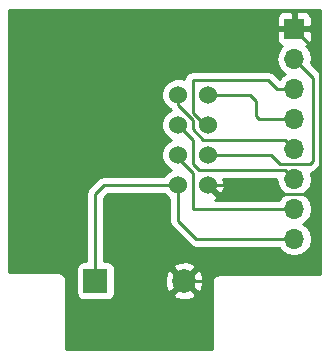
<source format=gbr>
G04 #@! TF.FileFunction,Copper,L1,Top,Signal*
%FSLAX46Y46*%
G04 Gerber Fmt 4.6, Leading zero omitted, Abs format (unit mm)*
G04 Created by KiCad (PCBNEW 4.0.7) date 02/12/18 20:49:11*
%MOMM*%
%LPD*%
G01*
G04 APERTURE LIST*
%ADD10C,0.100000*%
%ADD11R,1.700000X1.700000*%
%ADD12O,1.700000X1.700000*%
%ADD13C,1.524000*%
%ADD14R,2.000000X2.000000*%
%ADD15C,2.000000*%
%ADD16C,0.250000*%
%ADD17C,0.254000*%
G04 APERTURE END LIST*
D10*
D11*
X152067619Y-111255000D03*
D12*
X152067619Y-113795000D03*
X152067619Y-116335000D03*
X152067619Y-118875000D03*
X152067619Y-121415000D03*
X152067619Y-123955000D03*
X152067619Y-126495000D03*
X152067619Y-129035000D03*
D13*
X144780000Y-121920000D03*
X144780000Y-119380000D03*
X144780000Y-116840000D03*
X142240000Y-116840000D03*
X142240000Y-119380000D03*
X142240000Y-121920000D03*
X142240000Y-124460000D03*
X144780000Y-124460000D03*
D14*
X135255000Y-132588000D03*
D15*
X142755000Y-132588000D03*
D16*
X144780000Y-121920000D02*
X150114000Y-121920000D01*
X153670000Y-115397381D02*
X152067619Y-113795000D01*
X153670000Y-122428000D02*
X153670000Y-115397381D01*
X153416000Y-122682000D02*
X153670000Y-122428000D01*
X150876000Y-122682000D02*
X153416000Y-122682000D01*
X150114000Y-121920000D02*
X150876000Y-122682000D01*
X144780000Y-119380000D02*
X144526000Y-119380000D01*
X144526000Y-119380000D02*
X143510000Y-118364000D01*
X143510000Y-118364000D02*
X143510000Y-115570000D01*
X143510000Y-115570000D02*
X149860000Y-115570000D01*
X149860000Y-115570000D02*
X150625000Y-116335000D01*
X150625000Y-116335000D02*
X152067619Y-116335000D01*
X144780000Y-116840000D02*
X148336000Y-116840000D01*
X149101000Y-118875000D02*
X152067619Y-118875000D01*
X148844000Y-118618000D02*
X149101000Y-118875000D01*
X148844000Y-117348000D02*
X148844000Y-118618000D01*
X148336000Y-116840000D02*
X148844000Y-117348000D01*
X142240000Y-116840000D02*
X142240000Y-117730398D01*
X151302619Y-120650000D02*
X152067619Y-121415000D01*
X144399000Y-120650000D02*
X151302619Y-120650000D01*
X143510000Y-119761000D02*
X144399000Y-120650000D01*
X143510000Y-119000398D02*
X143510000Y-119761000D01*
X142240000Y-117730398D02*
X143510000Y-119000398D01*
X142240000Y-119380000D02*
X143510000Y-120650000D01*
X151302619Y-123190000D02*
X152067619Y-123955000D01*
X144018000Y-123190000D02*
X151302619Y-123190000D01*
X143510000Y-122682000D02*
X144018000Y-123190000D01*
X143510000Y-120650000D02*
X143510000Y-122682000D01*
X142240000Y-121920000D02*
X142240000Y-122174000D01*
X142240000Y-122174000D02*
X143510000Y-123444000D01*
X143510000Y-123444000D02*
X143510000Y-126492000D01*
X143510000Y-126492000D02*
X143513000Y-126495000D01*
X143513000Y-126495000D02*
X152067619Y-126495000D01*
X135255000Y-132588000D02*
X135255000Y-125222000D01*
X136017000Y-124460000D02*
X142240000Y-124460000D01*
X135255000Y-125222000D02*
X136017000Y-124460000D01*
X142240000Y-124460000D02*
X142240000Y-127508000D01*
X143767000Y-129035000D02*
X152067619Y-129035000D01*
X142240000Y-127508000D02*
X143767000Y-129035000D01*
X142755000Y-132588000D02*
X144399000Y-132588000D01*
X154305000Y-130683000D02*
X154305000Y-125095000D01*
X153543000Y-131445000D02*
X154305000Y-130683000D01*
X145542000Y-131445000D02*
X153543000Y-131445000D01*
X144399000Y-132588000D02*
X145542000Y-131445000D01*
X144780000Y-124460000D02*
X150114000Y-124460000D01*
X154305000Y-113492381D02*
X152067619Y-111255000D01*
X154305000Y-125095000D02*
X154305000Y-113492381D01*
X154178000Y-125222000D02*
X154305000Y-125095000D01*
X150876000Y-125222000D02*
X154178000Y-125222000D01*
X150114000Y-124460000D02*
X150876000Y-125222000D01*
D17*
G36*
X154230000Y-114893802D02*
X154207401Y-114859980D01*
X153508829Y-114161408D01*
X153581712Y-113795000D01*
X153468673Y-113226715D01*
X153146766Y-112744946D01*
X153102842Y-112715597D01*
X153277317Y-112643327D01*
X153455946Y-112464699D01*
X153552619Y-112231310D01*
X153552619Y-111540750D01*
X153393869Y-111382000D01*
X152194619Y-111382000D01*
X152194619Y-111402000D01*
X151940619Y-111402000D01*
X151940619Y-111382000D01*
X150741369Y-111382000D01*
X150582619Y-111540750D01*
X150582619Y-112231310D01*
X150679292Y-112464699D01*
X150857921Y-112643327D01*
X151032396Y-112715597D01*
X150988472Y-112744946D01*
X150666565Y-113226715D01*
X150553526Y-113795000D01*
X150666565Y-114363285D01*
X150988472Y-114845054D01*
X151317645Y-115065000D01*
X150988472Y-115284946D01*
X150852798Y-115487996D01*
X150397401Y-115032599D01*
X150150839Y-114867852D01*
X149860000Y-114810000D01*
X143510000Y-114810000D01*
X143219161Y-114867852D01*
X142972599Y-115032599D01*
X142807852Y-115279161D01*
X142755674Y-115541477D01*
X142519100Y-115443243D01*
X141963339Y-115442758D01*
X141449697Y-115654990D01*
X141056371Y-116047630D01*
X140843243Y-116560900D01*
X140842758Y-117116661D01*
X141054990Y-117630303D01*
X141447630Y-118023629D01*
X141574708Y-118076396D01*
X141609759Y-118128854D01*
X141449697Y-118194990D01*
X141056371Y-118587630D01*
X140843243Y-119100900D01*
X140842758Y-119656661D01*
X141054990Y-120170303D01*
X141447630Y-120563629D01*
X141655512Y-120649949D01*
X141449697Y-120734990D01*
X141056371Y-121127630D01*
X140843243Y-121640900D01*
X140842758Y-122196661D01*
X141054990Y-122710303D01*
X141447630Y-123103629D01*
X141655512Y-123189949D01*
X141449697Y-123274990D01*
X141056371Y-123667630D01*
X141042930Y-123700000D01*
X136017000Y-123700000D01*
X135726161Y-123757852D01*
X135479599Y-123922599D01*
X134717599Y-124684599D01*
X134552852Y-124931161D01*
X134495000Y-125222000D01*
X134495000Y-130940560D01*
X134255000Y-130940560D01*
X134019683Y-130984838D01*
X133803559Y-131123910D01*
X133658569Y-131336110D01*
X133607560Y-131588000D01*
X133607560Y-133588000D01*
X133651838Y-133823317D01*
X133790910Y-134039441D01*
X134003110Y-134184431D01*
X134255000Y-134235440D01*
X136255000Y-134235440D01*
X136490317Y-134191162D01*
X136706441Y-134052090D01*
X136851431Y-133839890D01*
X136871551Y-133740532D01*
X141782073Y-133740532D01*
X141880736Y-134007387D01*
X142490461Y-134233908D01*
X143140460Y-134209856D01*
X143629264Y-134007387D01*
X143727927Y-133740532D01*
X142755000Y-132767605D01*
X141782073Y-133740532D01*
X136871551Y-133740532D01*
X136902440Y-133588000D01*
X136902440Y-132323461D01*
X141109092Y-132323461D01*
X141133144Y-132973460D01*
X141335613Y-133462264D01*
X141602468Y-133560927D01*
X142575395Y-132588000D01*
X142934605Y-132588000D01*
X143907532Y-133560927D01*
X144174387Y-133462264D01*
X144400908Y-132852539D01*
X144376856Y-132202540D01*
X144174387Y-131713736D01*
X143907532Y-131615073D01*
X142934605Y-132588000D01*
X142575395Y-132588000D01*
X141602468Y-131615073D01*
X141335613Y-131713736D01*
X141109092Y-132323461D01*
X136902440Y-132323461D01*
X136902440Y-131588000D01*
X136873740Y-131435468D01*
X141782073Y-131435468D01*
X142755000Y-132408395D01*
X143727927Y-131435468D01*
X143629264Y-131168613D01*
X143019539Y-130942092D01*
X142369540Y-130966144D01*
X141880736Y-131168613D01*
X141782073Y-131435468D01*
X136873740Y-131435468D01*
X136858162Y-131352683D01*
X136719090Y-131136559D01*
X136506890Y-130991569D01*
X136255000Y-130940560D01*
X136015000Y-130940560D01*
X136015000Y-125536802D01*
X136331802Y-125220000D01*
X141042469Y-125220000D01*
X141054990Y-125250303D01*
X141447630Y-125643629D01*
X141480000Y-125657070D01*
X141480000Y-127508000D01*
X141537852Y-127798839D01*
X141702599Y-128045401D01*
X143229599Y-129572401D01*
X143476161Y-129737148D01*
X143767000Y-129795000D01*
X150794665Y-129795000D01*
X150988472Y-130085054D01*
X151470241Y-130406961D01*
X152038526Y-130520000D01*
X152096712Y-130520000D01*
X152664997Y-130406961D01*
X153146766Y-130085054D01*
X153468673Y-129603285D01*
X153581712Y-129035000D01*
X153468673Y-128466715D01*
X153146766Y-127984946D01*
X152817593Y-127765000D01*
X153146766Y-127545054D01*
X153468673Y-127063285D01*
X153581712Y-126495000D01*
X153468673Y-125926715D01*
X153146766Y-125444946D01*
X152817593Y-125225000D01*
X153146766Y-125005054D01*
X153468673Y-124523285D01*
X153581712Y-123955000D01*
X153477247Y-123429817D01*
X153706839Y-123384148D01*
X153953401Y-123219401D01*
X154207401Y-122965401D01*
X154230000Y-122931579D01*
X154230000Y-132005000D01*
X145796000Y-132005000D01*
X145524295Y-132059046D01*
X145293954Y-132212954D01*
X145140046Y-132443295D01*
X145086000Y-132715000D01*
X145086000Y-138355000D01*
X132790000Y-138355000D01*
X132790000Y-132588000D01*
X132735954Y-132316295D01*
X132582046Y-132085954D01*
X132351705Y-131932046D01*
X132080000Y-131878000D01*
X127964000Y-131878000D01*
X127964000Y-110278690D01*
X150582619Y-110278690D01*
X150582619Y-110969250D01*
X150741369Y-111128000D01*
X151940619Y-111128000D01*
X151940619Y-109928750D01*
X152194619Y-109928750D01*
X152194619Y-111128000D01*
X153393869Y-111128000D01*
X153552619Y-110969250D01*
X153552619Y-110278690D01*
X153455946Y-110045301D01*
X153277317Y-109866673D01*
X153043928Y-109770000D01*
X152353369Y-109770000D01*
X152194619Y-109928750D01*
X151940619Y-109928750D01*
X151781869Y-109770000D01*
X151091310Y-109770000D01*
X150857921Y-109866673D01*
X150679292Y-110045301D01*
X150582619Y-110278690D01*
X127964000Y-110278690D01*
X127964000Y-109676000D01*
X154230000Y-109676000D01*
X154230000Y-114893802D01*
X154230000Y-114893802D01*
G37*
X154230000Y-114893802D02*
X154207401Y-114859980D01*
X153508829Y-114161408D01*
X153581712Y-113795000D01*
X153468673Y-113226715D01*
X153146766Y-112744946D01*
X153102842Y-112715597D01*
X153277317Y-112643327D01*
X153455946Y-112464699D01*
X153552619Y-112231310D01*
X153552619Y-111540750D01*
X153393869Y-111382000D01*
X152194619Y-111382000D01*
X152194619Y-111402000D01*
X151940619Y-111402000D01*
X151940619Y-111382000D01*
X150741369Y-111382000D01*
X150582619Y-111540750D01*
X150582619Y-112231310D01*
X150679292Y-112464699D01*
X150857921Y-112643327D01*
X151032396Y-112715597D01*
X150988472Y-112744946D01*
X150666565Y-113226715D01*
X150553526Y-113795000D01*
X150666565Y-114363285D01*
X150988472Y-114845054D01*
X151317645Y-115065000D01*
X150988472Y-115284946D01*
X150852798Y-115487996D01*
X150397401Y-115032599D01*
X150150839Y-114867852D01*
X149860000Y-114810000D01*
X143510000Y-114810000D01*
X143219161Y-114867852D01*
X142972599Y-115032599D01*
X142807852Y-115279161D01*
X142755674Y-115541477D01*
X142519100Y-115443243D01*
X141963339Y-115442758D01*
X141449697Y-115654990D01*
X141056371Y-116047630D01*
X140843243Y-116560900D01*
X140842758Y-117116661D01*
X141054990Y-117630303D01*
X141447630Y-118023629D01*
X141574708Y-118076396D01*
X141609759Y-118128854D01*
X141449697Y-118194990D01*
X141056371Y-118587630D01*
X140843243Y-119100900D01*
X140842758Y-119656661D01*
X141054990Y-120170303D01*
X141447630Y-120563629D01*
X141655512Y-120649949D01*
X141449697Y-120734990D01*
X141056371Y-121127630D01*
X140843243Y-121640900D01*
X140842758Y-122196661D01*
X141054990Y-122710303D01*
X141447630Y-123103629D01*
X141655512Y-123189949D01*
X141449697Y-123274990D01*
X141056371Y-123667630D01*
X141042930Y-123700000D01*
X136017000Y-123700000D01*
X135726161Y-123757852D01*
X135479599Y-123922599D01*
X134717599Y-124684599D01*
X134552852Y-124931161D01*
X134495000Y-125222000D01*
X134495000Y-130940560D01*
X134255000Y-130940560D01*
X134019683Y-130984838D01*
X133803559Y-131123910D01*
X133658569Y-131336110D01*
X133607560Y-131588000D01*
X133607560Y-133588000D01*
X133651838Y-133823317D01*
X133790910Y-134039441D01*
X134003110Y-134184431D01*
X134255000Y-134235440D01*
X136255000Y-134235440D01*
X136490317Y-134191162D01*
X136706441Y-134052090D01*
X136851431Y-133839890D01*
X136871551Y-133740532D01*
X141782073Y-133740532D01*
X141880736Y-134007387D01*
X142490461Y-134233908D01*
X143140460Y-134209856D01*
X143629264Y-134007387D01*
X143727927Y-133740532D01*
X142755000Y-132767605D01*
X141782073Y-133740532D01*
X136871551Y-133740532D01*
X136902440Y-133588000D01*
X136902440Y-132323461D01*
X141109092Y-132323461D01*
X141133144Y-132973460D01*
X141335613Y-133462264D01*
X141602468Y-133560927D01*
X142575395Y-132588000D01*
X142934605Y-132588000D01*
X143907532Y-133560927D01*
X144174387Y-133462264D01*
X144400908Y-132852539D01*
X144376856Y-132202540D01*
X144174387Y-131713736D01*
X143907532Y-131615073D01*
X142934605Y-132588000D01*
X142575395Y-132588000D01*
X141602468Y-131615073D01*
X141335613Y-131713736D01*
X141109092Y-132323461D01*
X136902440Y-132323461D01*
X136902440Y-131588000D01*
X136873740Y-131435468D01*
X141782073Y-131435468D01*
X142755000Y-132408395D01*
X143727927Y-131435468D01*
X143629264Y-131168613D01*
X143019539Y-130942092D01*
X142369540Y-130966144D01*
X141880736Y-131168613D01*
X141782073Y-131435468D01*
X136873740Y-131435468D01*
X136858162Y-131352683D01*
X136719090Y-131136559D01*
X136506890Y-130991569D01*
X136255000Y-130940560D01*
X136015000Y-130940560D01*
X136015000Y-125536802D01*
X136331802Y-125220000D01*
X141042469Y-125220000D01*
X141054990Y-125250303D01*
X141447630Y-125643629D01*
X141480000Y-125657070D01*
X141480000Y-127508000D01*
X141537852Y-127798839D01*
X141702599Y-128045401D01*
X143229599Y-129572401D01*
X143476161Y-129737148D01*
X143767000Y-129795000D01*
X150794665Y-129795000D01*
X150988472Y-130085054D01*
X151470241Y-130406961D01*
X152038526Y-130520000D01*
X152096712Y-130520000D01*
X152664997Y-130406961D01*
X153146766Y-130085054D01*
X153468673Y-129603285D01*
X153581712Y-129035000D01*
X153468673Y-128466715D01*
X153146766Y-127984946D01*
X152817593Y-127765000D01*
X153146766Y-127545054D01*
X153468673Y-127063285D01*
X153581712Y-126495000D01*
X153468673Y-125926715D01*
X153146766Y-125444946D01*
X152817593Y-125225000D01*
X153146766Y-125005054D01*
X153468673Y-124523285D01*
X153581712Y-123955000D01*
X153477247Y-123429817D01*
X153706839Y-123384148D01*
X153953401Y-123219401D01*
X154207401Y-122965401D01*
X154230000Y-122931579D01*
X154230000Y-132005000D01*
X145796000Y-132005000D01*
X145524295Y-132059046D01*
X145293954Y-132212954D01*
X145140046Y-132443295D01*
X145086000Y-132715000D01*
X145086000Y-138355000D01*
X132790000Y-138355000D01*
X132790000Y-132588000D01*
X132735954Y-132316295D01*
X132582046Y-132085954D01*
X132351705Y-131932046D01*
X132080000Y-131878000D01*
X127964000Y-131878000D01*
X127964000Y-110278690D01*
X150582619Y-110278690D01*
X150582619Y-110969250D01*
X150741369Y-111128000D01*
X151940619Y-111128000D01*
X151940619Y-109928750D01*
X152194619Y-109928750D01*
X152194619Y-111128000D01*
X153393869Y-111128000D01*
X153552619Y-110969250D01*
X153552619Y-110278690D01*
X153455946Y-110045301D01*
X153277317Y-109866673D01*
X153043928Y-109770000D01*
X152353369Y-109770000D01*
X152194619Y-109928750D01*
X151940619Y-109928750D01*
X151781869Y-109770000D01*
X151091310Y-109770000D01*
X150857921Y-109866673D01*
X150679292Y-110045301D01*
X150582619Y-110278690D01*
X127964000Y-110278690D01*
X127964000Y-109676000D01*
X154230000Y-109676000D01*
X154230000Y-114893802D01*
G36*
X150553526Y-123955000D02*
X150666565Y-124523285D01*
X150988472Y-125005054D01*
X151317645Y-125225000D01*
X150988472Y-125444946D01*
X150794665Y-125735000D01*
X145384148Y-125735000D01*
X145511143Y-125682397D01*
X145580608Y-125440213D01*
X144780000Y-124639605D01*
X144765858Y-124653748D01*
X144586253Y-124474143D01*
X144600395Y-124460000D01*
X144586253Y-124445858D01*
X144765858Y-124266253D01*
X144780000Y-124280395D01*
X144794143Y-124266253D01*
X144973748Y-124445858D01*
X144959605Y-124460000D01*
X145760213Y-125260608D01*
X146002397Y-125191143D01*
X146189144Y-124667698D01*
X146161362Y-124112632D01*
X146093998Y-123950000D01*
X150554521Y-123950000D01*
X150553526Y-123955000D01*
X150553526Y-123955000D01*
G37*
X150553526Y-123955000D02*
X150666565Y-124523285D01*
X150988472Y-125005054D01*
X151317645Y-125225000D01*
X150988472Y-125444946D01*
X150794665Y-125735000D01*
X145384148Y-125735000D01*
X145511143Y-125682397D01*
X145580608Y-125440213D01*
X144780000Y-124639605D01*
X144765858Y-124653748D01*
X144586253Y-124474143D01*
X144600395Y-124460000D01*
X144586253Y-124445858D01*
X144765858Y-124266253D01*
X144780000Y-124280395D01*
X144794143Y-124266253D01*
X144973748Y-124445858D01*
X144959605Y-124460000D01*
X145760213Y-125260608D01*
X146002397Y-125191143D01*
X146189144Y-124667698D01*
X146161362Y-124112632D01*
X146093998Y-123950000D01*
X150554521Y-123950000D01*
X150553526Y-123955000D01*
M02*

</source>
